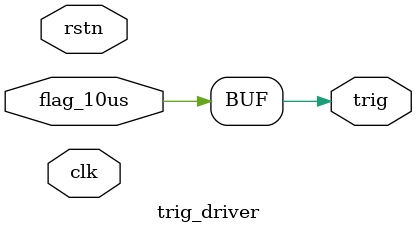
<source format=v>
module trig_driver (
    input   wire        clk         , 
    input   wire        rstn        ,
    input   wire        flag_10us   , 

    output  wire        trig        
);

    assign  trig    =   flag_10us   ;

endmodule //trig_driver
</source>
